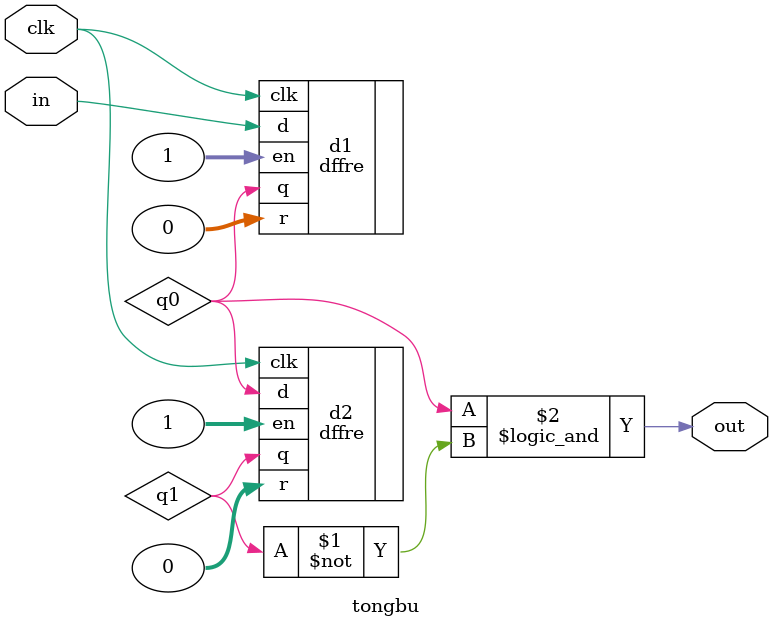
<source format=v>
module tongbu(in,clk,out);
input in,clk;
output out;
wire q0,q1;
assign out = q0&&~q1;//与门实现输出一个时钟周期长度的信号
dffre #(.n(1)) d1(.d(in),.q(q0),.en(1),.r(0),.clk(clk));
dffre #(.n(1)) d2(.d(q0),.clk(clk),.en(1),.r(0),.q(q1));
endmodule//同步化电路
</source>
